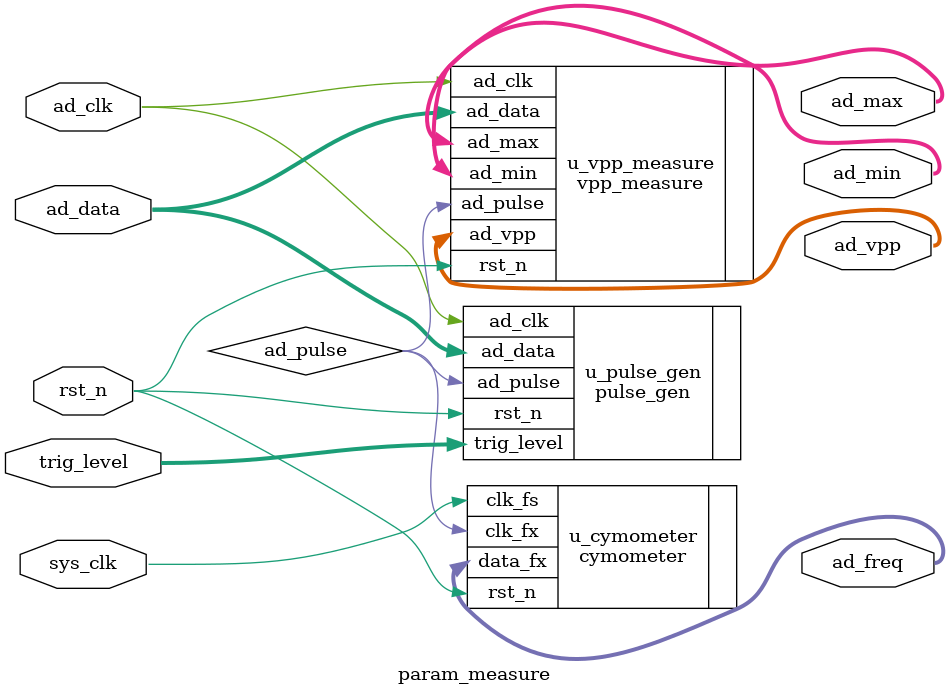
<source format=v>

module param_measure(
    input               sys_clk ,     // 系统时钟
    input               rst_n  ,     // 复位信号

    input      [7:0]    trig_level,
    
    input               ad_clk,     // AD时钟
    input      [7:0]    ad_data,    // AD输入数据
    
    output     [19:0]   ad_freq,    // 被测时钟频率输出
    output     [7:0]    ad_vpp,     // AD峰峰值 
    output     [7:0]    ad_max,     // AD最大值
    output     [7:0]    ad_min      // AD最小值
);

//parameter define
parameter CLK_FS = 26'd50_000_000;  // 基准时钟频率值

//wire define
wire ad_pulse;   //由AD采样值转换的脉冲信号

//脉冲生成模块
pulse_gen u_pulse_gen(
    .rst_n          (rst_n),        //系统复位，低电平有效

    .trig_level     (trig_level),
    
    .ad_clk         (ad_clk),       //AD9280驱动时钟
    .ad_data        (ad_data),      //AD输入数据

    .ad_pulse       (ad_pulse)      //输出的脉冲信号
    );


//等精度频率计模块
cymometer #(
    .CLK_FS         (CLK_FS)        // 基准时钟频率值
) u_cymometer(
    .clk_fs         (sys_clk),
    .rst_n          (rst_n),

    .clk_fx         (ad_pulse),     // 被测时钟信号
    .data_fx        (ad_freq)       // 被测时钟频率输出
    );

//计算峰峰值
vpp_measure u_vpp_measure(
    .rst_n          (rst_n),
    
    .ad_clk         (ad_clk), 
    .ad_data        (ad_data),
    .ad_pulse       (ad_pulse),
    .ad_vpp         (ad_vpp),
    .ad_max         (ad_max),
    .ad_min         (ad_min)
    );

endmodule 
</source>
